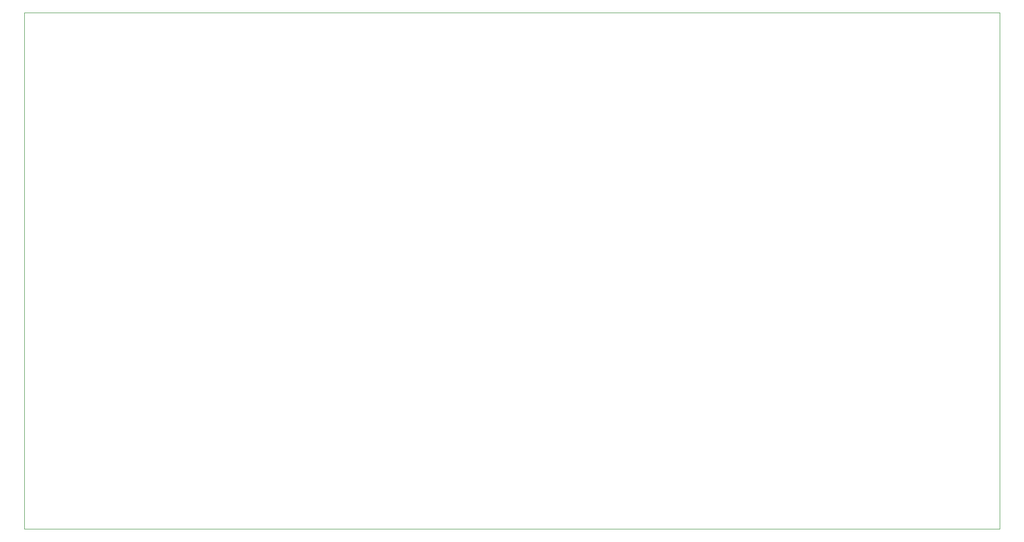
<source format=gbr>
%TF.GenerationSoftware,Altium Limited,Altium Designer,19.0.10 (269)*%
G04 Layer_Color=0*
%FSLAX26Y26*%
%MOIN*%
%TF.FileFunction,Profile,NP*%
%TF.Part,Single*%
G01*
G75*
%TA.AperFunction,Profile*%
%ADD149C,0.001000*%
D149*
X-0Y-0D02*
X6692914D01*
X6692913Y3543307D01*
X-0Y3543307D01*
Y-0D01*
%TF.MD5,7781c1afdf33b6d7c4f92184c4574b48*%
M02*

</source>
